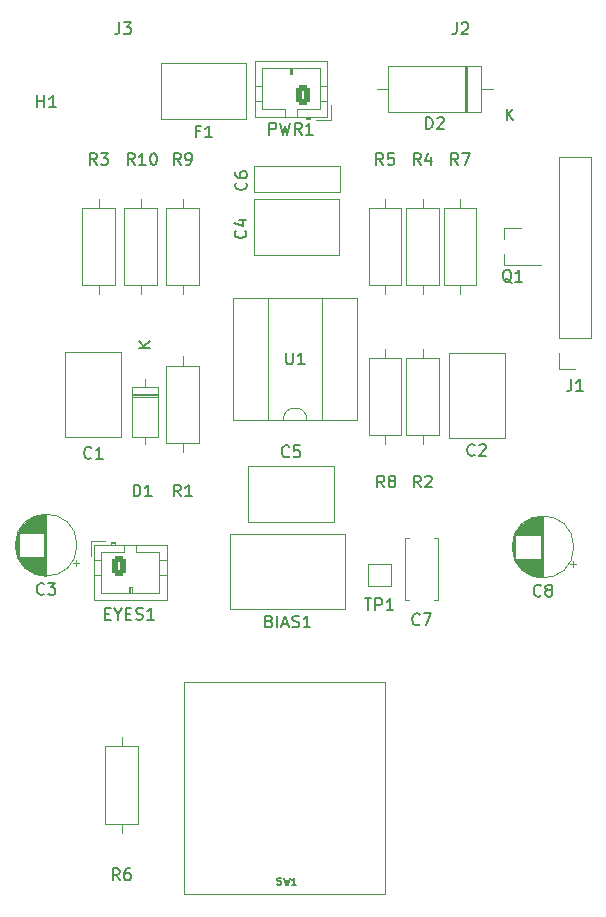
<source format=gto>
G04 #@! TF.GenerationSoftware,KiCad,Pcbnew,(6.0.9)*
G04 #@! TF.CreationDate,2022-12-03T16:10:24+01:00*
G04 #@! TF.ProjectId,ray-rounded,7261792d-726f-4756-9e64-65642e6b6963,rev?*
G04 #@! TF.SameCoordinates,Original*
G04 #@! TF.FileFunction,Legend,Top*
G04 #@! TF.FilePolarity,Positive*
%FSLAX46Y46*%
G04 Gerber Fmt 4.6, Leading zero omitted, Abs format (unit mm)*
G04 Created by KiCad (PCBNEW (6.0.9)) date 2022-12-03 16:10:24*
%MOMM*%
%LPD*%
G01*
G04 APERTURE LIST*
G04 Aperture macros list*
%AMRoundRect*
0 Rectangle with rounded corners*
0 $1 Rounding radius*
0 $2 $3 $4 $5 $6 $7 $8 $9 X,Y pos of 4 corners*
0 Add a 4 corners polygon primitive as box body*
4,1,4,$2,$3,$4,$5,$6,$7,$8,$9,$2,$3,0*
0 Add four circle primitives for the rounded corners*
1,1,$1+$1,$2,$3*
1,1,$1+$1,$4,$5*
1,1,$1+$1,$6,$7*
1,1,$1+$1,$8,$9*
0 Add four rect primitives between the rounded corners*
20,1,$1+$1,$2,$3,$4,$5,0*
20,1,$1+$1,$4,$5,$6,$7,0*
20,1,$1+$1,$6,$7,$8,$9,0*
20,1,$1+$1,$8,$9,$2,$3,0*%
%AMHorizOval*
0 Thick line with rounded ends*
0 $1 width*
0 $2 $3 position (X,Y) of the first rounded end (center of the circle)*
0 $4 $5 position (X,Y) of the second rounded end (center of the circle)*
0 Add line between two ends*
20,1,$1,$2,$3,$4,$5,0*
0 Add two circle primitives to create the rounded ends*
1,1,$1,$2,$3*
1,1,$1,$4,$5*%
G04 Aperture macros list end*
%ADD10C,0.150000*%
%ADD11C,0.127000*%
%ADD12C,0.120000*%
%ADD13C,1.600000*%
%ADD14C,1.440000*%
%ADD15O,1.600000X1.600000*%
%ADD16R,1.600000X1.600000*%
%ADD17R,1.500000X1.500000*%
%ADD18RoundRect,0.250000X0.350000X0.625000X-0.350000X0.625000X-0.350000X-0.625000X0.350000X-0.625000X0*%
%ADD19O,1.200000X1.750000*%
%ADD20O,2.203200X8.203200*%
%ADD21HorizOval,2.203200X-1.414214X1.414214X1.414214X-1.414214X0*%
%ADD22O,8.203200X2.203200*%
%ADD23R,2.400000X1.600000*%
%ADD24O,2.400000X1.600000*%
%ADD25HorizOval,2.203200X-1.414214X-1.414214X1.414214X1.414214X0*%
%ADD26R,2.400000X2.400000*%
%ADD27O,2.400000X2.400000*%
%ADD28R,1.700000X1.700000*%
%ADD29O,1.700000X1.700000*%
%ADD30R,1.900000X0.800000*%
%ADD31C,2.200000*%
%ADD32RoundRect,0.250000X-0.350000X-0.625000X0.350000X-0.625000X0.350000X0.625000X-0.350000X0.625000X0*%
%ADD33O,2.743200X4.003200*%
G04 APERTURE END LIST*
D10*
X120107333Y-114911142D02*
X120059714Y-114958761D01*
X119916857Y-115006380D01*
X119821619Y-115006380D01*
X119678761Y-114958761D01*
X119583523Y-114863523D01*
X119535904Y-114768285D01*
X119488285Y-114577809D01*
X119488285Y-114434952D01*
X119535904Y-114244476D01*
X119583523Y-114149238D01*
X119678761Y-114054000D01*
X119821619Y-114006380D01*
X119916857Y-114006380D01*
X120059714Y-114054000D01*
X120107333Y-114101619D01*
X121012095Y-114006380D02*
X120535904Y-114006380D01*
X120488285Y-114482571D01*
X120535904Y-114434952D01*
X120631142Y-114387333D01*
X120869238Y-114387333D01*
X120964476Y-114434952D01*
X121012095Y-114482571D01*
X121059714Y-114577809D01*
X121059714Y-114815904D01*
X121012095Y-114911142D01*
X120964476Y-114958761D01*
X120869238Y-115006380D01*
X120631142Y-115006380D01*
X120535904Y-114958761D01*
X120488285Y-114911142D01*
X118432380Y-128889371D02*
X118575238Y-128936990D01*
X118622857Y-128984609D01*
X118670476Y-129079847D01*
X118670476Y-129222704D01*
X118622857Y-129317942D01*
X118575238Y-129365561D01*
X118480000Y-129413180D01*
X118099047Y-129413180D01*
X118099047Y-128413180D01*
X118432380Y-128413180D01*
X118527619Y-128460800D01*
X118575238Y-128508419D01*
X118622857Y-128603657D01*
X118622857Y-128698895D01*
X118575238Y-128794133D01*
X118527619Y-128841752D01*
X118432380Y-128889371D01*
X118099047Y-128889371D01*
X119099047Y-129413180D02*
X119099047Y-128413180D01*
X119527619Y-129127466D02*
X120003809Y-129127466D01*
X119432380Y-129413180D02*
X119765714Y-128413180D01*
X120099047Y-129413180D01*
X120384761Y-129365561D02*
X120527619Y-129413180D01*
X120765714Y-129413180D01*
X120860952Y-129365561D01*
X120908571Y-129317942D01*
X120956190Y-129222704D01*
X120956190Y-129127466D01*
X120908571Y-129032228D01*
X120860952Y-128984609D01*
X120765714Y-128936990D01*
X120575238Y-128889371D01*
X120480000Y-128841752D01*
X120432380Y-128794133D01*
X120384761Y-128698895D01*
X120384761Y-128603657D01*
X120432380Y-128508419D01*
X120480000Y-128460800D01*
X120575238Y-128413180D01*
X120813333Y-128413180D01*
X120956190Y-128460800D01*
X121908571Y-129413180D02*
X121337142Y-129413180D01*
X121622857Y-129413180D02*
X121622857Y-128413180D01*
X121527619Y-128556038D01*
X121432380Y-128651276D01*
X121337142Y-128698895D01*
X107018142Y-90261380D02*
X106684809Y-89785190D01*
X106446714Y-90261380D02*
X106446714Y-89261380D01*
X106827666Y-89261380D01*
X106922904Y-89309000D01*
X106970523Y-89356619D01*
X107018142Y-89451857D01*
X107018142Y-89594714D01*
X106970523Y-89689952D01*
X106922904Y-89737571D01*
X106827666Y-89785190D01*
X106446714Y-89785190D01*
X107970523Y-90261380D02*
X107399095Y-90261380D01*
X107684809Y-90261380D02*
X107684809Y-89261380D01*
X107589571Y-89404238D01*
X107494333Y-89499476D01*
X107399095Y-89547095D01*
X108589571Y-89261380D02*
X108684809Y-89261380D01*
X108780047Y-89309000D01*
X108827666Y-89356619D01*
X108875285Y-89451857D01*
X108922904Y-89642333D01*
X108922904Y-89880428D01*
X108875285Y-90070904D01*
X108827666Y-90166142D01*
X108780047Y-90213761D01*
X108684809Y-90261380D01*
X108589571Y-90261380D01*
X108494333Y-90213761D01*
X108446714Y-90166142D01*
X108399095Y-90070904D01*
X108351476Y-89880428D01*
X108351476Y-89642333D01*
X108399095Y-89451857D01*
X108446714Y-89356619D01*
X108494333Y-89309000D01*
X108589571Y-89261380D01*
X141423333Y-126707542D02*
X141375714Y-126755161D01*
X141232857Y-126802780D01*
X141137619Y-126802780D01*
X140994761Y-126755161D01*
X140899523Y-126659923D01*
X140851904Y-126564685D01*
X140804285Y-126374209D01*
X140804285Y-126231352D01*
X140851904Y-126040876D01*
X140899523Y-125945638D01*
X140994761Y-125850400D01*
X141137619Y-125802780D01*
X141232857Y-125802780D01*
X141375714Y-125850400D01*
X141423333Y-125898019D01*
X141994761Y-126231352D02*
X141899523Y-126183733D01*
X141851904Y-126136114D01*
X141804285Y-126040876D01*
X141804285Y-125993257D01*
X141851904Y-125898019D01*
X141899523Y-125850400D01*
X141994761Y-125802780D01*
X142185238Y-125802780D01*
X142280476Y-125850400D01*
X142328095Y-125898019D01*
X142375714Y-125993257D01*
X142375714Y-126040876D01*
X142328095Y-126136114D01*
X142280476Y-126183733D01*
X142185238Y-126231352D01*
X141994761Y-126231352D01*
X141899523Y-126278971D01*
X141851904Y-126326590D01*
X141804285Y-126421828D01*
X141804285Y-126612304D01*
X141851904Y-126707542D01*
X141899523Y-126755161D01*
X141994761Y-126802780D01*
X142185238Y-126802780D01*
X142280476Y-126755161D01*
X142328095Y-126707542D01*
X142375714Y-126612304D01*
X142375714Y-126421828D01*
X142328095Y-126326590D01*
X142280476Y-126278971D01*
X142185238Y-126231352D01*
X126500095Y-126960380D02*
X127071523Y-126960380D01*
X126785809Y-127960380D02*
X126785809Y-126960380D01*
X127404857Y-127960380D02*
X127404857Y-126960380D01*
X127785809Y-126960380D01*
X127881047Y-127008000D01*
X127928666Y-127055619D01*
X127976285Y-127150857D01*
X127976285Y-127293714D01*
X127928666Y-127388952D01*
X127881047Y-127436571D01*
X127785809Y-127484190D01*
X127404857Y-127484190D01*
X128928666Y-127960380D02*
X128357238Y-127960380D01*
X128642952Y-127960380D02*
X128642952Y-126960380D01*
X128547714Y-127103238D01*
X128452476Y-127198476D01*
X128357238Y-127246095D01*
X128068333Y-90261380D02*
X127735000Y-89785190D01*
X127496904Y-90261380D02*
X127496904Y-89261380D01*
X127877857Y-89261380D01*
X127973095Y-89309000D01*
X128020714Y-89356619D01*
X128068333Y-89451857D01*
X128068333Y-89594714D01*
X128020714Y-89689952D01*
X127973095Y-89737571D01*
X127877857Y-89785190D01*
X127496904Y-89785190D01*
X128973095Y-89261380D02*
X128496904Y-89261380D01*
X128449285Y-89737571D01*
X128496904Y-89689952D01*
X128592142Y-89642333D01*
X128830238Y-89642333D01*
X128925476Y-89689952D01*
X128973095Y-89737571D01*
X129020714Y-89832809D01*
X129020714Y-90070904D01*
X128973095Y-90166142D01*
X128925476Y-90213761D01*
X128830238Y-90261380D01*
X128592142Y-90261380D01*
X128496904Y-90213761D01*
X128449285Y-90166142D01*
X135815333Y-114804142D02*
X135767714Y-114851761D01*
X135624857Y-114899380D01*
X135529619Y-114899380D01*
X135386761Y-114851761D01*
X135291523Y-114756523D01*
X135243904Y-114661285D01*
X135196285Y-114470809D01*
X135196285Y-114327952D01*
X135243904Y-114137476D01*
X135291523Y-114042238D01*
X135386761Y-113947000D01*
X135529619Y-113899380D01*
X135624857Y-113899380D01*
X135767714Y-113947000D01*
X135815333Y-113994619D01*
X136196285Y-113994619D02*
X136243904Y-113947000D01*
X136339142Y-113899380D01*
X136577238Y-113899380D01*
X136672476Y-113947000D01*
X136720095Y-113994619D01*
X136767714Y-114089857D01*
X136767714Y-114185095D01*
X136720095Y-114327952D01*
X136148666Y-114899380D01*
X136767714Y-114899380D01*
X103354133Y-115032742D02*
X103306514Y-115080361D01*
X103163657Y-115127980D01*
X103068419Y-115127980D01*
X102925561Y-115080361D01*
X102830323Y-114985123D01*
X102782704Y-114889885D01*
X102735085Y-114699409D01*
X102735085Y-114556552D01*
X102782704Y-114366076D01*
X102830323Y-114270838D01*
X102925561Y-114175600D01*
X103068419Y-114127980D01*
X103163657Y-114127980D01*
X103306514Y-114175600D01*
X103354133Y-114223219D01*
X104306514Y-115127980D02*
X103735085Y-115127980D01*
X104020800Y-115127980D02*
X104020800Y-114127980D01*
X103925561Y-114270838D01*
X103830323Y-114366076D01*
X103735085Y-114413695D01*
X118440476Y-87700380D02*
X118440476Y-86700380D01*
X118821428Y-86700380D01*
X118916666Y-86748000D01*
X118964285Y-86795619D01*
X119011904Y-86890857D01*
X119011904Y-87033714D01*
X118964285Y-87128952D01*
X118916666Y-87176571D01*
X118821428Y-87224190D01*
X118440476Y-87224190D01*
X119345238Y-86700380D02*
X119583333Y-87700380D01*
X119773809Y-86986095D01*
X119964285Y-87700380D01*
X120202380Y-86700380D01*
X121154761Y-87700380D02*
X120821428Y-87224190D01*
X120583333Y-87700380D02*
X120583333Y-86700380D01*
X120964285Y-86700380D01*
X121059523Y-86748000D01*
X121107142Y-86795619D01*
X121154761Y-86890857D01*
X121154761Y-87033714D01*
X121107142Y-87128952D01*
X121059523Y-87176571D01*
X120964285Y-87224190D01*
X120583333Y-87224190D01*
X122107142Y-87700380D02*
X121535714Y-87700380D01*
X121821428Y-87700380D02*
X121821428Y-86700380D01*
X121726190Y-86843238D01*
X121630952Y-86938476D01*
X121535714Y-86986095D01*
X110923333Y-90261380D02*
X110590000Y-89785190D01*
X110351904Y-90261380D02*
X110351904Y-89261380D01*
X110732857Y-89261380D01*
X110828095Y-89309000D01*
X110875714Y-89356619D01*
X110923333Y-89451857D01*
X110923333Y-89594714D01*
X110875714Y-89689952D01*
X110828095Y-89737571D01*
X110732857Y-89785190D01*
X110351904Y-89785190D01*
X111399523Y-90261380D02*
X111590000Y-90261380D01*
X111685238Y-90213761D01*
X111732857Y-90166142D01*
X111828095Y-90023285D01*
X111875714Y-89832809D01*
X111875714Y-89451857D01*
X111828095Y-89356619D01*
X111780476Y-89309000D01*
X111685238Y-89261380D01*
X111494761Y-89261380D01*
X111399523Y-89309000D01*
X111351904Y-89356619D01*
X111304285Y-89451857D01*
X111304285Y-89689952D01*
X111351904Y-89785190D01*
X111399523Y-89832809D01*
X111494761Y-89880428D01*
X111685238Y-89880428D01*
X111780476Y-89832809D01*
X111828095Y-89785190D01*
X111875714Y-89689952D01*
X134286666Y-78192380D02*
X134286666Y-78906666D01*
X134239047Y-79049523D01*
X134143809Y-79144761D01*
X134000952Y-79192380D01*
X133905714Y-79192380D01*
X134715238Y-78287619D02*
X134762857Y-78240000D01*
X134858095Y-78192380D01*
X135096190Y-78192380D01*
X135191428Y-78240000D01*
X135239047Y-78287619D01*
X135286666Y-78382857D01*
X135286666Y-78478095D01*
X135239047Y-78620952D01*
X134667619Y-79192380D01*
X135286666Y-79192380D01*
X131243333Y-117566380D02*
X130910000Y-117090190D01*
X130671904Y-117566380D02*
X130671904Y-116566380D01*
X131052857Y-116566380D01*
X131148095Y-116614000D01*
X131195714Y-116661619D01*
X131243333Y-116756857D01*
X131243333Y-116899714D01*
X131195714Y-116994952D01*
X131148095Y-117042571D01*
X131052857Y-117090190D01*
X130671904Y-117090190D01*
X131624285Y-116661619D02*
X131671904Y-116614000D01*
X131767142Y-116566380D01*
X132005238Y-116566380D01*
X132100476Y-116614000D01*
X132148095Y-116661619D01*
X132195714Y-116756857D01*
X132195714Y-116852095D01*
X132148095Y-116994952D01*
X131576666Y-117566380D01*
X132195714Y-117566380D01*
X116400142Y-95817666D02*
X116447761Y-95865285D01*
X116495380Y-96008142D01*
X116495380Y-96103380D01*
X116447761Y-96246238D01*
X116352523Y-96341476D01*
X116257285Y-96389095D01*
X116066809Y-96436714D01*
X115923952Y-96436714D01*
X115733476Y-96389095D01*
X115638238Y-96341476D01*
X115543000Y-96246238D01*
X115495380Y-96103380D01*
X115495380Y-96008142D01*
X115543000Y-95865285D01*
X115590619Y-95817666D01*
X115828714Y-94960523D02*
X116495380Y-94960523D01*
X115447761Y-95198619D02*
X116162047Y-95436714D01*
X116162047Y-94817666D01*
X99360933Y-126555142D02*
X99313314Y-126602761D01*
X99170457Y-126650380D01*
X99075219Y-126650380D01*
X98932361Y-126602761D01*
X98837123Y-126507523D01*
X98789504Y-126412285D01*
X98741885Y-126221809D01*
X98741885Y-126078952D01*
X98789504Y-125888476D01*
X98837123Y-125793238D01*
X98932361Y-125698000D01*
X99075219Y-125650380D01*
X99170457Y-125650380D01*
X99313314Y-125698000D01*
X99360933Y-125745619D01*
X99694266Y-125650380D02*
X100313314Y-125650380D01*
X99979980Y-126031333D01*
X100122838Y-126031333D01*
X100218076Y-126078952D01*
X100265695Y-126126571D01*
X100313314Y-126221809D01*
X100313314Y-126459904D01*
X100265695Y-126555142D01*
X100218076Y-126602761D01*
X100122838Y-126650380D01*
X99837123Y-126650380D01*
X99741885Y-126602761D01*
X99694266Y-126555142D01*
X119853095Y-106152380D02*
X119853095Y-106961904D01*
X119900714Y-107057142D01*
X119948333Y-107104761D01*
X120043571Y-107152380D01*
X120234047Y-107152380D01*
X120329285Y-107104761D01*
X120376904Y-107057142D01*
X120424523Y-106961904D01*
X120424523Y-106152380D01*
X121424523Y-107152380D02*
X120853095Y-107152380D01*
X121138809Y-107152380D02*
X121138809Y-106152380D01*
X121043571Y-106295238D01*
X120948333Y-106390476D01*
X120853095Y-106438095D01*
X131151333Y-129135142D02*
X131103714Y-129182761D01*
X130960857Y-129230380D01*
X130865619Y-129230380D01*
X130722761Y-129182761D01*
X130627523Y-129087523D01*
X130579904Y-128992285D01*
X130532285Y-128801809D01*
X130532285Y-128658952D01*
X130579904Y-128468476D01*
X130627523Y-128373238D01*
X130722761Y-128278000D01*
X130865619Y-128230380D01*
X130960857Y-128230380D01*
X131103714Y-128278000D01*
X131151333Y-128325619D01*
X131484666Y-128230380D02*
X132151333Y-128230380D01*
X131722761Y-129230380D01*
X103811333Y-90261380D02*
X103478000Y-89785190D01*
X103239904Y-90261380D02*
X103239904Y-89261380D01*
X103620857Y-89261380D01*
X103716095Y-89309000D01*
X103763714Y-89356619D01*
X103811333Y-89451857D01*
X103811333Y-89594714D01*
X103763714Y-89689952D01*
X103716095Y-89737571D01*
X103620857Y-89785190D01*
X103239904Y-89785190D01*
X104144666Y-89261380D02*
X104763714Y-89261380D01*
X104430380Y-89642333D01*
X104573238Y-89642333D01*
X104668476Y-89689952D01*
X104716095Y-89737571D01*
X104763714Y-89832809D01*
X104763714Y-90070904D01*
X104716095Y-90166142D01*
X104668476Y-90213761D01*
X104573238Y-90261380D01*
X104287523Y-90261380D01*
X104192285Y-90213761D01*
X104144666Y-90166142D01*
X105711666Y-78192380D02*
X105711666Y-78906666D01*
X105664047Y-79049523D01*
X105568809Y-79144761D01*
X105425952Y-79192380D01*
X105330714Y-79192380D01*
X106092619Y-78192380D02*
X106711666Y-78192380D01*
X106378333Y-78573333D01*
X106521190Y-78573333D01*
X106616428Y-78620952D01*
X106664047Y-78668571D01*
X106711666Y-78763809D01*
X106711666Y-79001904D01*
X106664047Y-79097142D01*
X106616428Y-79144761D01*
X106521190Y-79192380D01*
X106235476Y-79192380D01*
X106140238Y-79144761D01*
X106092619Y-79097142D01*
X131687904Y-87212380D02*
X131687904Y-86212380D01*
X131926000Y-86212380D01*
X132068857Y-86260000D01*
X132164095Y-86355238D01*
X132211714Y-86450476D01*
X132259333Y-86640952D01*
X132259333Y-86783809D01*
X132211714Y-86974285D01*
X132164095Y-87069523D01*
X132068857Y-87164761D01*
X131926000Y-87212380D01*
X131687904Y-87212380D01*
X132640285Y-86307619D02*
X132687904Y-86260000D01*
X132783142Y-86212380D01*
X133021238Y-86212380D01*
X133116476Y-86260000D01*
X133164095Y-86307619D01*
X133211714Y-86402857D01*
X133211714Y-86498095D01*
X133164095Y-86640952D01*
X132592666Y-87212380D01*
X133211714Y-87212380D01*
X138514095Y-86492380D02*
X138514095Y-85492380D01*
X139085523Y-86492380D02*
X138656952Y-85920952D01*
X139085523Y-85492380D02*
X138514095Y-86063809D01*
X143979866Y-108414380D02*
X143979866Y-109128666D01*
X143932247Y-109271523D01*
X143837009Y-109366761D01*
X143694152Y-109414380D01*
X143598914Y-109414380D01*
X144979866Y-109414380D02*
X144408438Y-109414380D01*
X144694152Y-109414380D02*
X144694152Y-108414380D01*
X144598914Y-108557238D01*
X144503676Y-108652476D01*
X144408438Y-108700095D01*
X105751333Y-150820380D02*
X105418000Y-150344190D01*
X105179904Y-150820380D02*
X105179904Y-149820380D01*
X105560857Y-149820380D01*
X105656095Y-149868000D01*
X105703714Y-149915619D01*
X105751333Y-150010857D01*
X105751333Y-150153714D01*
X105703714Y-150248952D01*
X105656095Y-150296571D01*
X105560857Y-150344190D01*
X105179904Y-150344190D01*
X106608476Y-149820380D02*
X106418000Y-149820380D01*
X106322761Y-149868000D01*
X106275142Y-149915619D01*
X106179904Y-150058476D01*
X106132285Y-150248952D01*
X106132285Y-150629904D01*
X106179904Y-150725142D01*
X106227523Y-150772761D01*
X106322761Y-150820380D01*
X106513238Y-150820380D01*
X106608476Y-150772761D01*
X106656095Y-150725142D01*
X106703714Y-150629904D01*
X106703714Y-150391809D01*
X106656095Y-150296571D01*
X106608476Y-150248952D01*
X106513238Y-150201333D01*
X106322761Y-150201333D01*
X106227523Y-150248952D01*
X106179904Y-150296571D01*
X106132285Y-150391809D01*
X112534666Y-87395571D02*
X112201333Y-87395571D01*
X112201333Y-87919380D02*
X112201333Y-86919380D01*
X112677523Y-86919380D01*
X113582285Y-87919380D02*
X113010857Y-87919380D01*
X113296571Y-87919380D02*
X113296571Y-86919380D01*
X113201333Y-87062238D01*
X113106095Y-87157476D01*
X113010857Y-87205095D01*
X138934761Y-100222619D02*
X138839523Y-100175000D01*
X138744285Y-100079761D01*
X138601428Y-99936904D01*
X138506190Y-99889285D01*
X138410952Y-99889285D01*
X138458571Y-100127380D02*
X138363333Y-100079761D01*
X138268095Y-99984523D01*
X138220476Y-99794047D01*
X138220476Y-99460714D01*
X138268095Y-99270238D01*
X138363333Y-99175000D01*
X138458571Y-99127380D01*
X138649047Y-99127380D01*
X138744285Y-99175000D01*
X138839523Y-99270238D01*
X138887142Y-99460714D01*
X138887142Y-99794047D01*
X138839523Y-99984523D01*
X138744285Y-100079761D01*
X138649047Y-100127380D01*
X138458571Y-100127380D01*
X139839523Y-100127380D02*
X139268095Y-100127380D01*
X139553809Y-100127380D02*
X139553809Y-99127380D01*
X139458571Y-99270238D01*
X139363333Y-99365476D01*
X139268095Y-99413095D01*
X134418333Y-90261380D02*
X134085000Y-89785190D01*
X133846904Y-90261380D02*
X133846904Y-89261380D01*
X134227857Y-89261380D01*
X134323095Y-89309000D01*
X134370714Y-89356619D01*
X134418333Y-89451857D01*
X134418333Y-89594714D01*
X134370714Y-89689952D01*
X134323095Y-89737571D01*
X134227857Y-89785190D01*
X133846904Y-89785190D01*
X134751666Y-89261380D02*
X135418333Y-89261380D01*
X134989761Y-90261380D01*
X98796495Y-85358780D02*
X98796495Y-84358780D01*
X98796495Y-84834971D02*
X99367923Y-84834971D01*
X99367923Y-85358780D02*
X99367923Y-84358780D01*
X100367923Y-85358780D02*
X99796495Y-85358780D01*
X100082209Y-85358780D02*
X100082209Y-84358780D01*
X99986971Y-84501638D01*
X99891733Y-84596876D01*
X99796495Y-84644495D01*
X110923333Y-118328380D02*
X110590000Y-117852190D01*
X110351904Y-118328380D02*
X110351904Y-117328380D01*
X110732857Y-117328380D01*
X110828095Y-117376000D01*
X110875714Y-117423619D01*
X110923333Y-117518857D01*
X110923333Y-117661714D01*
X110875714Y-117756952D01*
X110828095Y-117804571D01*
X110732857Y-117852190D01*
X110351904Y-117852190D01*
X111875714Y-118328380D02*
X111304285Y-118328380D01*
X111590000Y-118328380D02*
X111590000Y-117328380D01*
X111494761Y-117471238D01*
X111399523Y-117566476D01*
X111304285Y-117614095D01*
X104516380Y-128240571D02*
X104849714Y-128240571D01*
X104992571Y-128764380D02*
X104516380Y-128764380D01*
X104516380Y-127764380D01*
X104992571Y-127764380D01*
X105611619Y-128288190D02*
X105611619Y-128764380D01*
X105278285Y-127764380D02*
X105611619Y-128288190D01*
X105944952Y-127764380D01*
X106278285Y-128240571D02*
X106611619Y-128240571D01*
X106754476Y-128764380D02*
X106278285Y-128764380D01*
X106278285Y-127764380D01*
X106754476Y-127764380D01*
X107135428Y-128716761D02*
X107278285Y-128764380D01*
X107516380Y-128764380D01*
X107611619Y-128716761D01*
X107659238Y-128669142D01*
X107706857Y-128573904D01*
X107706857Y-128478666D01*
X107659238Y-128383428D01*
X107611619Y-128335809D01*
X107516380Y-128288190D01*
X107325904Y-128240571D01*
X107230666Y-128192952D01*
X107183047Y-128145333D01*
X107135428Y-128050095D01*
X107135428Y-127954857D01*
X107183047Y-127859619D01*
X107230666Y-127812000D01*
X107325904Y-127764380D01*
X107564000Y-127764380D01*
X107706857Y-127812000D01*
X108659238Y-128764380D02*
X108087809Y-128764380D01*
X108373523Y-128764380D02*
X108373523Y-127764380D01*
X108278285Y-127907238D01*
X108183047Y-128002476D01*
X108087809Y-128050095D01*
X131243333Y-90261380D02*
X130910000Y-89785190D01*
X130671904Y-90261380D02*
X130671904Y-89261380D01*
X131052857Y-89261380D01*
X131148095Y-89309000D01*
X131195714Y-89356619D01*
X131243333Y-89451857D01*
X131243333Y-89594714D01*
X131195714Y-89689952D01*
X131148095Y-89737571D01*
X131052857Y-89785190D01*
X130671904Y-89785190D01*
X132100476Y-89594714D02*
X132100476Y-90261380D01*
X131862380Y-89213761D02*
X131624285Y-89928047D01*
X132243333Y-89928047D01*
X128144533Y-117566380D02*
X127811200Y-117090190D01*
X127573104Y-117566380D02*
X127573104Y-116566380D01*
X127954057Y-116566380D01*
X128049295Y-116614000D01*
X128096914Y-116661619D01*
X128144533Y-116756857D01*
X128144533Y-116899714D01*
X128096914Y-116994952D01*
X128049295Y-117042571D01*
X127954057Y-117090190D01*
X127573104Y-117090190D01*
X128715961Y-116994952D02*
X128620723Y-116947333D01*
X128573104Y-116899714D01*
X128525485Y-116804476D01*
X128525485Y-116756857D01*
X128573104Y-116661619D01*
X128620723Y-116614000D01*
X128715961Y-116566380D01*
X128906438Y-116566380D01*
X129001676Y-116614000D01*
X129049295Y-116661619D01*
X129096914Y-116756857D01*
X129096914Y-116804476D01*
X129049295Y-116899714D01*
X129001676Y-116947333D01*
X128906438Y-116994952D01*
X128715961Y-116994952D01*
X128620723Y-117042571D01*
X128573104Y-117090190D01*
X128525485Y-117185428D01*
X128525485Y-117375904D01*
X128573104Y-117471142D01*
X128620723Y-117518761D01*
X128715961Y-117566380D01*
X128906438Y-117566380D01*
X129001676Y-117518761D01*
X129049295Y-117471142D01*
X129096914Y-117375904D01*
X129096914Y-117185428D01*
X129049295Y-117090190D01*
X129001676Y-117042571D01*
X128906438Y-116994952D01*
D11*
X119102000Y-151168742D02*
X119189085Y-151197771D01*
X119334228Y-151197771D01*
X119392285Y-151168742D01*
X119421314Y-151139714D01*
X119450342Y-151081657D01*
X119450342Y-151023600D01*
X119421314Y-150965542D01*
X119392285Y-150936514D01*
X119334228Y-150907485D01*
X119218114Y-150878457D01*
X119160057Y-150849428D01*
X119131028Y-150820400D01*
X119102000Y-150762342D01*
X119102000Y-150704285D01*
X119131028Y-150646228D01*
X119160057Y-150617200D01*
X119218114Y-150588171D01*
X119363257Y-150588171D01*
X119450342Y-150617200D01*
X119653542Y-150588171D02*
X119798685Y-151197771D01*
X119914800Y-150762342D01*
X120030914Y-151197771D01*
X120176057Y-150588171D01*
X120727600Y-151197771D02*
X120379257Y-151197771D01*
X120553428Y-151197771D02*
X120553428Y-150588171D01*
X120495371Y-150675257D01*
X120437314Y-150733314D01*
X120379257Y-150762342D01*
D10*
X106948304Y-118328380D02*
X106948304Y-117328380D01*
X107186400Y-117328380D01*
X107329257Y-117376000D01*
X107424495Y-117471238D01*
X107472114Y-117566476D01*
X107519733Y-117756952D01*
X107519733Y-117899809D01*
X107472114Y-118090285D01*
X107424495Y-118185523D01*
X107329257Y-118280761D01*
X107186400Y-118328380D01*
X106948304Y-118328380D01*
X108472114Y-118328380D02*
X107900685Y-118328380D01*
X108186400Y-118328380D02*
X108186400Y-117328380D01*
X108091161Y-117471238D01*
X107995923Y-117566476D01*
X107900685Y-117614095D01*
X108360750Y-105732738D02*
X107360750Y-105732738D01*
X108360750Y-105161310D02*
X107789322Y-105589881D01*
X107360750Y-105161310D02*
X107932179Y-105732738D01*
X116440142Y-91753666D02*
X116487761Y-91801285D01*
X116535380Y-91944142D01*
X116535380Y-92039380D01*
X116487761Y-92182238D01*
X116392523Y-92277476D01*
X116297285Y-92325095D01*
X116106809Y-92372714D01*
X115963952Y-92372714D01*
X115773476Y-92325095D01*
X115678238Y-92277476D01*
X115583000Y-92182238D01*
X115535380Y-92039380D01*
X115535380Y-91944142D01*
X115583000Y-91801285D01*
X115630619Y-91753666D01*
X115535380Y-90896523D02*
X115535380Y-91087000D01*
X115583000Y-91182238D01*
X115630619Y-91229857D01*
X115773476Y-91325095D01*
X115963952Y-91372714D01*
X116344904Y-91372714D01*
X116440142Y-91325095D01*
X116487761Y-91277476D01*
X116535380Y-91182238D01*
X116535380Y-90991761D01*
X116487761Y-90896523D01*
X116440142Y-90848904D01*
X116344904Y-90801285D01*
X116106809Y-90801285D01*
X116011571Y-90848904D01*
X115963952Y-90896523D01*
X115916333Y-90991761D01*
X115916333Y-91182238D01*
X115963952Y-91277476D01*
X116011571Y-91325095D01*
X116106809Y-91372714D01*
D12*
X123894000Y-120480000D02*
X116654000Y-120480000D01*
X116654000Y-120480000D02*
X116654000Y-115740000D01*
X123894000Y-120480000D02*
X123894000Y-115740000D01*
X123894000Y-115740000D02*
X116654000Y-115740000D01*
X115095000Y-127830800D02*
X115095000Y-121490800D01*
X124865000Y-127830800D02*
X115095000Y-127830800D01*
X124865000Y-127830800D02*
X124865000Y-121490800D01*
X124865000Y-121490800D02*
X115095000Y-121490800D01*
X107534000Y-101215000D02*
X107534000Y-100445000D01*
X108904000Y-93905000D02*
X106164000Y-93905000D01*
X106164000Y-93905000D02*
X106164000Y-100445000D01*
X108904000Y-100445000D02*
X108904000Y-93905000D01*
X106164000Y-100445000D02*
X108904000Y-100445000D01*
X107534000Y-93135000D02*
X107534000Y-93905000D01*
X140029000Y-124665400D02*
X140029000Y-123640400D01*
X139109000Y-123405400D02*
X139109000Y-121795400D01*
X141390000Y-125173400D02*
X141390000Y-120027400D01*
X140149000Y-121560400D02*
X140149000Y-120451400D01*
X140749000Y-125042400D02*
X140749000Y-123640400D01*
X139149000Y-123515400D02*
X139149000Y-121685400D01*
X141150000Y-121560400D02*
X141150000Y-120057400D01*
X139749000Y-124426400D02*
X139749000Y-123640400D01*
X141350000Y-125169400D02*
X141350000Y-123640400D01*
X141310000Y-125165400D02*
X141310000Y-123640400D01*
X139349000Y-123919400D02*
X139349000Y-123640400D01*
X141030000Y-121560400D02*
X141030000Y-120080400D01*
X140869000Y-121560400D02*
X140869000Y-120120400D01*
X140509000Y-121560400D02*
X140509000Y-120252400D01*
X141190000Y-125150400D02*
X141190000Y-123640400D01*
X139469000Y-121560400D02*
X139469000Y-121100400D01*
X139549000Y-124205400D02*
X139549000Y-123640400D01*
X139949000Y-121560400D02*
X139949000Y-120596400D01*
X140469000Y-124929400D02*
X140469000Y-123640400D01*
X141190000Y-121560400D02*
X141190000Y-120050400D01*
X140829000Y-121560400D02*
X140829000Y-120132400D01*
X140589000Y-121560400D02*
X140589000Y-120218400D01*
X140229000Y-124800400D02*
X140229000Y-123640400D01*
X139669000Y-121560400D02*
X139669000Y-120857400D01*
X141230000Y-125156400D02*
X141230000Y-123640400D01*
X140109000Y-124722400D02*
X140109000Y-123640400D01*
X140709000Y-125028400D02*
X140709000Y-123640400D01*
X140429000Y-124910400D02*
X140429000Y-123640400D01*
X140269000Y-124824400D02*
X140269000Y-123640400D01*
X140349000Y-121560400D02*
X140349000Y-120332400D01*
X139429000Y-121560400D02*
X139429000Y-121157400D01*
X141270000Y-121560400D02*
X141270000Y-120039400D01*
X139589000Y-121560400D02*
X139589000Y-120947400D01*
X140789000Y-125055400D02*
X140789000Y-123640400D01*
X139389000Y-123983400D02*
X139389000Y-123640400D01*
X140389000Y-121560400D02*
X140389000Y-120310400D01*
X140429000Y-121560400D02*
X140429000Y-120290400D01*
X140509000Y-124948400D02*
X140509000Y-123640400D01*
X144144775Y-124325400D02*
X144144775Y-123825400D01*
X139269000Y-123778400D02*
X139269000Y-121422400D01*
X139829000Y-121560400D02*
X139829000Y-120699400D01*
X141430000Y-125176400D02*
X141430000Y-120024400D01*
X140829000Y-125068400D02*
X140829000Y-123640400D01*
X140069000Y-121560400D02*
X140069000Y-120505400D01*
X140269000Y-121560400D02*
X140269000Y-120376400D01*
X139069000Y-123277400D02*
X139069000Y-121923400D01*
X140149000Y-124749400D02*
X140149000Y-123640400D01*
X139709000Y-124385400D02*
X139709000Y-123640400D01*
X139829000Y-124501400D02*
X139829000Y-123640400D01*
X141350000Y-121560400D02*
X141350000Y-120031400D01*
X138989000Y-122884400D02*
X138989000Y-122316400D01*
X140709000Y-121560400D02*
X140709000Y-120172400D01*
X140309000Y-124847400D02*
X140309000Y-123640400D01*
X139749000Y-121560400D02*
X139749000Y-120774400D01*
X140990000Y-121560400D02*
X140990000Y-120089400D01*
X139909000Y-121560400D02*
X139909000Y-120629400D01*
X140469000Y-121560400D02*
X140469000Y-120271400D01*
X141470000Y-125178400D02*
X141470000Y-120022400D01*
X140309000Y-121560400D02*
X140309000Y-120353400D01*
X139469000Y-124100400D02*
X139469000Y-123640400D01*
X140109000Y-121560400D02*
X140109000Y-120478400D01*
X141150000Y-125143400D02*
X141150000Y-123640400D01*
X141510000Y-125179400D02*
X141510000Y-120021400D01*
X141590000Y-125180400D02*
X141590000Y-120020400D01*
X140589000Y-124982400D02*
X140589000Y-123640400D01*
X140910000Y-125091400D02*
X140910000Y-123640400D01*
X139349000Y-121560400D02*
X139349000Y-121281400D01*
X140229000Y-121560400D02*
X140229000Y-120400400D01*
X139389000Y-121560400D02*
X139389000Y-121217400D01*
X141270000Y-125161400D02*
X141270000Y-123640400D01*
X141110000Y-121560400D02*
X141110000Y-120064400D01*
X139309000Y-121560400D02*
X139309000Y-121349400D01*
X141230000Y-121560400D02*
X141230000Y-120044400D01*
X139869000Y-121560400D02*
X139869000Y-120663400D01*
X139789000Y-124464400D02*
X139789000Y-123640400D01*
X141070000Y-121560400D02*
X141070000Y-120072400D01*
X141550000Y-125180400D02*
X141550000Y-120020400D01*
X140950000Y-121560400D02*
X140950000Y-120099400D01*
X139549000Y-121560400D02*
X139549000Y-120995400D01*
X139309000Y-123851400D02*
X139309000Y-123640400D01*
X139949000Y-124604400D02*
X139949000Y-123640400D01*
X139509000Y-124154400D02*
X139509000Y-123640400D01*
X140549000Y-124965400D02*
X140549000Y-123640400D01*
X140990000Y-125111400D02*
X140990000Y-123640400D01*
X140069000Y-124695400D02*
X140069000Y-123640400D01*
X139709000Y-121560400D02*
X139709000Y-120815400D01*
X141030000Y-125120400D02*
X141030000Y-123640400D01*
X140629000Y-121560400D02*
X140629000Y-120202400D01*
X139789000Y-121560400D02*
X139789000Y-120736400D01*
X144394775Y-124075400D02*
X143894775Y-124075400D01*
X139629000Y-121560400D02*
X139629000Y-120901400D01*
X139989000Y-124635400D02*
X139989000Y-123640400D01*
X139869000Y-124537400D02*
X139869000Y-123640400D01*
X139229000Y-123698400D02*
X139229000Y-121502400D01*
X139909000Y-124571400D02*
X139909000Y-123640400D01*
X139989000Y-121560400D02*
X139989000Y-120565400D01*
X140389000Y-124890400D02*
X140389000Y-123640400D01*
X139589000Y-124253400D02*
X139589000Y-123640400D01*
X140789000Y-121560400D02*
X140789000Y-120145400D01*
X140549000Y-121560400D02*
X140549000Y-120235400D01*
X140950000Y-125101400D02*
X140950000Y-123640400D01*
X140669000Y-125014400D02*
X140669000Y-123640400D01*
X139629000Y-124299400D02*
X139629000Y-123640400D01*
X140349000Y-124868400D02*
X140349000Y-123640400D01*
X140910000Y-121560400D02*
X140910000Y-120109400D01*
X141070000Y-125128400D02*
X141070000Y-123640400D01*
X139509000Y-121560400D02*
X139509000Y-121046400D01*
X141110000Y-125136400D02*
X141110000Y-123640400D01*
X139029000Y-123118400D02*
X139029000Y-122082400D01*
X139669000Y-124343400D02*
X139669000Y-123640400D01*
X140189000Y-124775400D02*
X140189000Y-123640400D01*
X140749000Y-121560400D02*
X140749000Y-120158400D01*
X139189000Y-123611400D02*
X139189000Y-121589400D01*
X141310000Y-121560400D02*
X141310000Y-120035400D01*
X140629000Y-124998400D02*
X140629000Y-123640400D01*
X140869000Y-125080400D02*
X140869000Y-123640400D01*
X140669000Y-121560400D02*
X140669000Y-120186400D01*
X140029000Y-121560400D02*
X140029000Y-120535400D01*
X139429000Y-124043400D02*
X139429000Y-123640400D01*
X140189000Y-121560400D02*
X140189000Y-120425400D01*
X144210000Y-122600400D02*
G75*
G03*
X144210000Y-122600400I-2620000J0D01*
G01*
X126812000Y-124018000D02*
X128712000Y-124018000D01*
X128712000Y-124018000D02*
X128712000Y-125918000D01*
X126812000Y-125918000D02*
X126812000Y-124018000D01*
X128712000Y-125918000D02*
X126812000Y-125918000D01*
X129605000Y-93905000D02*
X126865000Y-93905000D01*
X126865000Y-100445000D02*
X129605000Y-100445000D01*
X129605000Y-100445000D02*
X129605000Y-93905000D01*
X126865000Y-93905000D02*
X126865000Y-100445000D01*
X128235000Y-101215000D02*
X128235000Y-100445000D01*
X128235000Y-93135000D02*
X128235000Y-93905000D01*
X133612000Y-113408000D02*
X133612000Y-106168000D01*
X138352000Y-113408000D02*
X138352000Y-106168000D01*
X133612000Y-113408000D02*
X138352000Y-113408000D01*
X133612000Y-106168000D02*
X138352000Y-106168000D01*
X101100000Y-106088000D02*
X105840000Y-106088000D01*
X101100000Y-113328000D02*
X105840000Y-113328000D01*
X101100000Y-113328000D02*
X101100000Y-106088000D01*
X105840000Y-113328000D02*
X105840000Y-106088000D01*
X117190000Y-83548000D02*
X117800000Y-83548000D01*
X117190000Y-81438000D02*
X117190000Y-86158000D01*
X120250000Y-82048000D02*
X120250000Y-82548000D01*
X122700000Y-85548000D02*
X122700000Y-82048000D01*
X119750000Y-85548000D02*
X119750000Y-86158000D01*
X120350000Y-82048000D02*
X120350000Y-82548000D01*
X121550000Y-86258000D02*
X121850000Y-86258000D01*
X123610000Y-86458000D02*
X123610000Y-85208000D01*
X121550000Y-86158000D02*
X121550000Y-86358000D01*
X123310000Y-86158000D02*
X123310000Y-81438000D01*
X121550000Y-86358000D02*
X121850000Y-86358000D01*
X120350000Y-82548000D02*
X120150000Y-82548000D01*
X117800000Y-82048000D02*
X117800000Y-85548000D01*
X117800000Y-85548000D02*
X119750000Y-85548000D01*
X120750000Y-86158000D02*
X120750000Y-85548000D01*
X123310000Y-83548000D02*
X122700000Y-83548000D01*
X123310000Y-84848000D02*
X122700000Y-84848000D01*
X122360000Y-86458000D02*
X123610000Y-86458000D01*
X120750000Y-85548000D02*
X122700000Y-85548000D01*
X117190000Y-84848000D02*
X117800000Y-84848000D01*
X120150000Y-82548000D02*
X120150000Y-82048000D01*
X123310000Y-81438000D02*
X117190000Y-81438000D01*
X117190000Y-86158000D02*
X123310000Y-86158000D01*
X122700000Y-82048000D02*
X117800000Y-82048000D01*
X121850000Y-86358000D02*
X121850000Y-86158000D01*
X111090000Y-101215000D02*
X111090000Y-100445000D01*
X112460000Y-100445000D02*
X112460000Y-93905000D01*
X109720000Y-93905000D02*
X109720000Y-100445000D01*
X112460000Y-93905000D02*
X109720000Y-93905000D01*
X111090000Y-93135000D02*
X111090000Y-93905000D01*
X109720000Y-100445000D02*
X112460000Y-100445000D01*
X131410000Y-113915000D02*
X131410000Y-113145000D01*
X132780000Y-113145000D02*
X132780000Y-106605000D01*
X131410000Y-105835000D02*
X131410000Y-106605000D01*
X132780000Y-106605000D02*
X130040000Y-106605000D01*
X130040000Y-113145000D02*
X132780000Y-113145000D01*
X130040000Y-106605000D02*
X130040000Y-113145000D01*
X117122000Y-93154000D02*
X117122000Y-97894000D01*
X124362000Y-93154000D02*
X124362000Y-97894000D01*
X117122000Y-97894000D02*
X124362000Y-97894000D01*
X117122000Y-93154000D02*
X124362000Y-93154000D01*
X99127600Y-124998000D02*
X99127600Y-123488000D01*
X102082375Y-124173000D02*
X102082375Y-123673000D01*
X99287600Y-121408000D02*
X99287600Y-119879000D01*
X98606600Y-121408000D02*
X98606600Y-120034000D01*
X96966600Y-122966000D02*
X96966600Y-121930000D01*
X99247600Y-121408000D02*
X99247600Y-119883000D01*
X97246600Y-123699000D02*
X97246600Y-123488000D01*
X97046600Y-123253000D02*
X97046600Y-121643000D01*
X98006600Y-124543000D02*
X98006600Y-123488000D01*
X97366600Y-123891000D02*
X97366600Y-123488000D01*
X97246600Y-121408000D02*
X97246600Y-121197000D01*
X97086600Y-123363000D02*
X97086600Y-121533000D01*
X98646600Y-124876000D02*
X98646600Y-123488000D01*
X99247600Y-125013000D02*
X99247600Y-123488000D01*
X97726600Y-121408000D02*
X97726600Y-120584000D01*
X98366600Y-124758000D02*
X98366600Y-123488000D01*
X98887600Y-121408000D02*
X98887600Y-119947000D01*
X98766600Y-121408000D02*
X98766600Y-119980000D01*
X99047600Y-121408000D02*
X99047600Y-119912000D01*
X97646600Y-121408000D02*
X97646600Y-120663000D01*
X98927600Y-124959000D02*
X98927600Y-123488000D01*
X99087600Y-121408000D02*
X99087600Y-119905000D01*
X97686600Y-121408000D02*
X97686600Y-120622000D01*
X99487600Y-125028000D02*
X99487600Y-119868000D01*
X98806600Y-124928000D02*
X98806600Y-123488000D01*
X97766600Y-121408000D02*
X97766600Y-120547000D01*
X96926600Y-122732000D02*
X96926600Y-122164000D01*
X98166600Y-124648000D02*
X98166600Y-123488000D01*
X99167600Y-125004000D02*
X99167600Y-123488000D01*
X98366600Y-121408000D02*
X98366600Y-120138000D01*
X97846600Y-121408000D02*
X97846600Y-120477000D01*
X98606600Y-124862000D02*
X98606600Y-123488000D01*
X98446600Y-121408000D02*
X98446600Y-120100000D01*
X97926600Y-124483000D02*
X97926600Y-123488000D01*
X97366600Y-121408000D02*
X97366600Y-121005000D01*
X98967600Y-121408000D02*
X98967600Y-119928000D01*
X98446600Y-124796000D02*
X98446600Y-123488000D01*
X98766600Y-124916000D02*
X98766600Y-123488000D01*
X98326600Y-121408000D02*
X98326600Y-120158000D01*
X97886600Y-121408000D02*
X97886600Y-120444000D01*
X97606600Y-124191000D02*
X97606600Y-123488000D01*
X98847600Y-121408000D02*
X98847600Y-119957000D01*
X99287600Y-125017000D02*
X99287600Y-123488000D01*
X97566600Y-124147000D02*
X97566600Y-123488000D01*
X98006600Y-121408000D02*
X98006600Y-120353000D01*
X98967600Y-124968000D02*
X98967600Y-123488000D01*
X98206600Y-121408000D02*
X98206600Y-120224000D01*
X97486600Y-121408000D02*
X97486600Y-120843000D01*
X99007600Y-124976000D02*
X99007600Y-123488000D01*
X98246600Y-124695000D02*
X98246600Y-123488000D01*
X98927600Y-121408000D02*
X98927600Y-119937000D01*
X98286600Y-124716000D02*
X98286600Y-123488000D01*
X98486600Y-124813000D02*
X98486600Y-123488000D01*
X97806600Y-121408000D02*
X97806600Y-120511000D01*
X99167600Y-121408000D02*
X99167600Y-119892000D01*
X97446600Y-121408000D02*
X97446600Y-120894000D01*
X99087600Y-124991000D02*
X99087600Y-123488000D01*
X98126600Y-121408000D02*
X98126600Y-120273000D01*
X98526600Y-124830000D02*
X98526600Y-123488000D01*
X97446600Y-124002000D02*
X97446600Y-123488000D01*
X97286600Y-121408000D02*
X97286600Y-121129000D01*
X99447600Y-125027000D02*
X99447600Y-119869000D01*
X97406600Y-121408000D02*
X97406600Y-120948000D01*
X98046600Y-121408000D02*
X98046600Y-120326000D01*
X98046600Y-124570000D02*
X98046600Y-123488000D01*
X97766600Y-124349000D02*
X97766600Y-123488000D01*
X97926600Y-121408000D02*
X97926600Y-120413000D01*
X98726600Y-124903000D02*
X98726600Y-123488000D01*
X97286600Y-123767000D02*
X97286600Y-123488000D01*
X99327600Y-125021000D02*
X99327600Y-119875000D01*
X97646600Y-124233000D02*
X97646600Y-123488000D01*
X99127600Y-121408000D02*
X99127600Y-119898000D01*
X97126600Y-123459000D02*
X97126600Y-121437000D01*
X98326600Y-124738000D02*
X98326600Y-123488000D01*
X98406600Y-121408000D02*
X98406600Y-120119000D01*
X99367600Y-125024000D02*
X99367600Y-119872000D01*
X98406600Y-124777000D02*
X98406600Y-123488000D01*
X98646600Y-121408000D02*
X98646600Y-120020000D01*
X99207600Y-121408000D02*
X99207600Y-119887000D01*
X98686600Y-121408000D02*
X98686600Y-120006000D01*
X97566600Y-121408000D02*
X97566600Y-120749000D01*
X97526600Y-124101000D02*
X97526600Y-123488000D01*
X97606600Y-121408000D02*
X97606600Y-120705000D01*
X98486600Y-121408000D02*
X98486600Y-120083000D01*
X98206600Y-124672000D02*
X98206600Y-123488000D01*
X97406600Y-123948000D02*
X97406600Y-123488000D01*
X99407600Y-125026000D02*
X99407600Y-119870000D01*
X98526600Y-121408000D02*
X98526600Y-120066000D01*
X98806600Y-121408000D02*
X98806600Y-119968000D01*
X98166600Y-121408000D02*
X98166600Y-120248000D01*
X97966600Y-121408000D02*
X97966600Y-120383000D01*
X97526600Y-121408000D02*
X97526600Y-120795000D01*
X97166600Y-123546000D02*
X97166600Y-121350000D01*
X99527600Y-125028000D02*
X99527600Y-119868000D01*
X98686600Y-124890000D02*
X98686600Y-123488000D01*
X97726600Y-124312000D02*
X97726600Y-123488000D01*
X97206600Y-123626000D02*
X97206600Y-121270000D01*
X102332375Y-123923000D02*
X101832375Y-123923000D01*
X97686600Y-124274000D02*
X97686600Y-123488000D01*
X98246600Y-121408000D02*
X98246600Y-120201000D01*
X98566600Y-124846000D02*
X98566600Y-123488000D01*
X99207600Y-125009000D02*
X99207600Y-123488000D01*
X98086600Y-121408000D02*
X98086600Y-120299000D01*
X97886600Y-124452000D02*
X97886600Y-123488000D01*
X98847600Y-124939000D02*
X98847600Y-123488000D01*
X98086600Y-124597000D02*
X98086600Y-123488000D01*
X98286600Y-121408000D02*
X98286600Y-120180000D01*
X97806600Y-124385000D02*
X97806600Y-123488000D01*
X97846600Y-124419000D02*
X97846600Y-123488000D01*
X97486600Y-124053000D02*
X97486600Y-123488000D01*
X99047600Y-124984000D02*
X99047600Y-123488000D01*
X98126600Y-124623000D02*
X98126600Y-123488000D01*
X97966600Y-124513000D02*
X97966600Y-123488000D01*
X97326600Y-123831000D02*
X97326600Y-123488000D01*
X98566600Y-121408000D02*
X98566600Y-120050000D01*
X98887600Y-124949000D02*
X98887600Y-123488000D01*
X99007600Y-121408000D02*
X99007600Y-119920000D01*
X97326600Y-121408000D02*
X97326600Y-121065000D01*
X97006600Y-123125000D02*
X97006600Y-121771000D01*
X98726600Y-121408000D02*
X98726600Y-119993000D01*
X102147600Y-122448000D02*
G75*
G03*
X102147600Y-122448000I-2620000J0D01*
G01*
X115355000Y-111890000D02*
X125855000Y-111890000D01*
X122855000Y-111830000D02*
X122855000Y-101550000D01*
X122855000Y-101550000D02*
X118355000Y-101550000D01*
X125855000Y-101490000D02*
X115355000Y-101490000D01*
X121605000Y-111830000D02*
X122855000Y-111830000D01*
X118355000Y-111830000D02*
X119605000Y-111830000D01*
X118355000Y-101550000D02*
X118355000Y-111830000D01*
X115355000Y-101490000D02*
X115355000Y-111890000D01*
X125855000Y-111890000D02*
X125855000Y-101490000D01*
X121605000Y-111830000D02*
G75*
G03*
X119605000Y-111830000I-1000000J0D01*
G01*
X129948000Y-127120000D02*
X130263000Y-127120000D01*
X129948000Y-127120000D02*
X129948000Y-121880000D01*
X132373000Y-121880000D02*
X132688000Y-121880000D01*
X132688000Y-127120000D02*
X132688000Y-121880000D01*
X132373000Y-127120000D02*
X132688000Y-127120000D01*
X129948000Y-121880000D02*
X130263000Y-121880000D01*
X105348000Y-93905000D02*
X102608000Y-93905000D01*
X103978000Y-93135000D02*
X103978000Y-93905000D01*
X103978000Y-101215000D02*
X103978000Y-100445000D01*
X105348000Y-100445000D02*
X105348000Y-93905000D01*
X102608000Y-100445000D02*
X105348000Y-100445000D01*
X102608000Y-93905000D02*
X102608000Y-100445000D01*
X137336000Y-83840000D02*
X136346000Y-83840000D01*
X134966000Y-85760000D02*
X134966000Y-81920000D01*
X128506000Y-81920000D02*
X128506000Y-85760000D01*
X136346000Y-81920000D02*
X128506000Y-81920000D01*
X135206000Y-85760000D02*
X135206000Y-81920000D01*
X135086000Y-85760000D02*
X135086000Y-81920000D01*
X127516000Y-83840000D02*
X128506000Y-83840000D01*
X136346000Y-85760000D02*
X136346000Y-81920000D01*
X128506000Y-85760000D02*
X136346000Y-85760000D01*
X142983200Y-104922000D02*
X142983200Y-89622000D01*
X144313200Y-107522000D02*
X142983200Y-107522000D01*
X145643200Y-104922000D02*
X145643200Y-89622000D01*
X142983200Y-107522000D02*
X142983200Y-106192000D01*
X145643200Y-104922000D02*
X142983200Y-104922000D01*
X145643200Y-89622000D02*
X142983200Y-89622000D01*
X105918000Y-138708000D02*
X105918000Y-139478000D01*
X107288000Y-146018000D02*
X107288000Y-139478000D01*
X104548000Y-146018000D02*
X107288000Y-146018000D01*
X107288000Y-139478000D02*
X104548000Y-139478000D01*
X105918000Y-146788000D02*
X105918000Y-146018000D01*
X104548000Y-139478000D02*
X104548000Y-146018000D01*
X116488000Y-86337000D02*
X109248000Y-86337000D01*
X116488000Y-86337000D02*
X116488000Y-81597000D01*
X109248000Y-86337000D02*
X109248000Y-81597000D01*
X116488000Y-81597000D02*
X109248000Y-81597000D01*
X138270000Y-98755000D02*
X141430000Y-98755000D01*
X138270000Y-95595000D02*
X138270000Y-96525000D01*
X138270000Y-95595000D02*
X139730000Y-95595000D01*
X138270000Y-98755000D02*
X138270000Y-97825000D01*
X134585000Y-101215000D02*
X134585000Y-100445000D01*
X133215000Y-100445000D02*
X135955000Y-100445000D01*
X134585000Y-93135000D02*
X134585000Y-93905000D01*
X133215000Y-93905000D02*
X133215000Y-100445000D01*
X135955000Y-100445000D02*
X135955000Y-93905000D01*
X135955000Y-93905000D02*
X133215000Y-93905000D01*
X111090000Y-106470000D02*
X111090000Y-107240000D01*
X109720000Y-113780000D02*
X112460000Y-113780000D01*
X112460000Y-107240000D02*
X109720000Y-107240000D01*
X112460000Y-113780000D02*
X112460000Y-107240000D01*
X111090000Y-114550000D02*
X111090000Y-113780000D01*
X109720000Y-107240000D02*
X109720000Y-113780000D01*
X105064000Y-122196000D02*
X105064000Y-122396000D01*
X109724000Y-122396000D02*
X103604000Y-122396000D01*
X104554000Y-122096000D02*
X103304000Y-122096000D01*
X106164000Y-123006000D02*
X104214000Y-123006000D01*
X106564000Y-126506000D02*
X106564000Y-126006000D01*
X109114000Y-126506000D02*
X109114000Y-123006000D01*
X105364000Y-122296000D02*
X105064000Y-122296000D01*
X106764000Y-126006000D02*
X106764000Y-126506000D01*
X105364000Y-122396000D02*
X105364000Y-122196000D01*
X105364000Y-122196000D02*
X105064000Y-122196000D01*
X103604000Y-127116000D02*
X109724000Y-127116000D01*
X109724000Y-125006000D02*
X109114000Y-125006000D01*
X106164000Y-122396000D02*
X106164000Y-123006000D01*
X103604000Y-122396000D02*
X103604000Y-127116000D01*
X104214000Y-126506000D02*
X109114000Y-126506000D01*
X103604000Y-123706000D02*
X104214000Y-123706000D01*
X107164000Y-123006000D02*
X107164000Y-122396000D01*
X103304000Y-122096000D02*
X103304000Y-123346000D01*
X109724000Y-127116000D02*
X109724000Y-122396000D01*
X106564000Y-126006000D02*
X106764000Y-126006000D01*
X104214000Y-123006000D02*
X104214000Y-126506000D01*
X106664000Y-126506000D02*
X106664000Y-126006000D01*
X109724000Y-123706000D02*
X109114000Y-123706000D01*
X103604000Y-125006000D02*
X104214000Y-125006000D01*
X109114000Y-123006000D02*
X107164000Y-123006000D01*
X130040000Y-100445000D02*
X132780000Y-100445000D01*
X131410000Y-93135000D02*
X131410000Y-93905000D01*
X130040000Y-93905000D02*
X130040000Y-100445000D01*
X131410000Y-101215000D02*
X131410000Y-100445000D01*
X132780000Y-100445000D02*
X132780000Y-93905000D01*
X132780000Y-93905000D02*
X130040000Y-93905000D01*
X128235000Y-105835000D02*
X128235000Y-106605000D01*
X128235000Y-113915000D02*
X128235000Y-113145000D01*
X126865000Y-106605000D02*
X126865000Y-113145000D01*
X129605000Y-106605000D02*
X126865000Y-106605000D01*
X129605000Y-113145000D02*
X129605000Y-106605000D01*
X126865000Y-113145000D02*
X129605000Y-113145000D01*
X128214800Y-152022000D02*
X111214800Y-152022000D01*
X111214800Y-152022000D02*
X111214800Y-134022000D01*
X111214800Y-134022000D02*
X128214800Y-134022000D01*
X128214800Y-134022000D02*
X128214800Y-152022000D01*
X106795000Y-109025000D02*
X106795000Y-113265000D01*
X107915000Y-113915000D02*
X107915000Y-113265000D01*
X109035000Y-109625000D02*
X106795000Y-109625000D01*
X109035000Y-109865000D02*
X106795000Y-109865000D01*
X106795000Y-113265000D02*
X109035000Y-113265000D01*
X109035000Y-109025000D02*
X106795000Y-109025000D01*
X107915000Y-108375000D02*
X107915000Y-109025000D01*
X109035000Y-113265000D02*
X109035000Y-109025000D01*
X109035000Y-109745000D02*
X106795000Y-109745000D01*
X117162000Y-92580000D02*
X117162000Y-90340000D01*
X124402000Y-92580000D02*
X117162000Y-92580000D01*
X124402000Y-92580000D02*
X124402000Y-90340000D01*
X124402000Y-90340000D02*
X117162000Y-90340000D01*
%LPC*%
D13*
X122774000Y-118110000D03*
X117774000Y-118110000D03*
D14*
X117440000Y-125800800D03*
X119980000Y-125800800D03*
X122520000Y-125800800D03*
D13*
X107534000Y-102255000D03*
D15*
X107534000Y-92095000D03*
D16*
X142840000Y-122600400D03*
D13*
X140340000Y-122600400D03*
D17*
X127762000Y-124968000D03*
D13*
X128235000Y-92095000D03*
D15*
X128235000Y-102255000D03*
D13*
X135982000Y-112288000D03*
X135982000Y-107288000D03*
X103470000Y-112208000D03*
X103470000Y-107208000D03*
D18*
X121250000Y-84348000D03*
D19*
X119250000Y-84348000D03*
D13*
X111090000Y-92095000D03*
D15*
X111090000Y-102255000D03*
D20*
X128450872Y-68310030D03*
D21*
X139481615Y-64356153D03*
D22*
X134973374Y-75304089D03*
D13*
X131410000Y-114955000D03*
D15*
X131410000Y-104795000D03*
D13*
X118242000Y-95524000D03*
X123242000Y-95524000D03*
D16*
X100777600Y-122448000D03*
D13*
X98277600Y-122448000D03*
D23*
X124415000Y-110500000D03*
D24*
X124415000Y-107960000D03*
X124415000Y-105420000D03*
X124415000Y-102880000D03*
X116795000Y-102880000D03*
X116795000Y-105420000D03*
X116795000Y-107960000D03*
X116795000Y-110500000D03*
D13*
X131318000Y-127000000D03*
X131318000Y-122000000D03*
X103978000Y-102255000D03*
D15*
X103978000Y-92095000D03*
D22*
X105598807Y-75339244D03*
D25*
X101644930Y-64308501D03*
D20*
X112592866Y-68816742D03*
D26*
X138776000Y-83840000D03*
D27*
X126076000Y-83840000D03*
D28*
X144313200Y-106192000D03*
D29*
X144313200Y-103652000D03*
X144313200Y-101112000D03*
X144313200Y-98572000D03*
X144313200Y-96032000D03*
X144313200Y-93492000D03*
X144313200Y-90952000D03*
D13*
X105918000Y-137668000D03*
D15*
X105918000Y-147828000D03*
D13*
X115368000Y-83967000D03*
X110368000Y-83967000D03*
D30*
X140530000Y-98125000D03*
X140530000Y-96225000D03*
X137530000Y-97175000D03*
D13*
X134585000Y-102255000D03*
D15*
X134585000Y-92095000D03*
D31*
X99558400Y-81706400D03*
D13*
X111090000Y-105430000D03*
D15*
X111090000Y-115590000D03*
D32*
X105664000Y-124206000D03*
D19*
X107664000Y-124206000D03*
D13*
X131410000Y-102255000D03*
D15*
X131410000Y-92095000D03*
D13*
X128235000Y-114955000D03*
D15*
X128235000Y-104795000D03*
D33*
X124415560Y-148022000D03*
X119714000Y-148022000D03*
X115015560Y-148022000D03*
X124415560Y-143022520D03*
X119714000Y-143022520D03*
X115015560Y-143022520D03*
X124414800Y-137922000D03*
X119713240Y-137922000D03*
X115014800Y-137922000D03*
D16*
X107915000Y-107335000D03*
D15*
X107915000Y-114955000D03*
D13*
X123282000Y-91460000D03*
X118282000Y-91460000D03*
M02*

</source>
